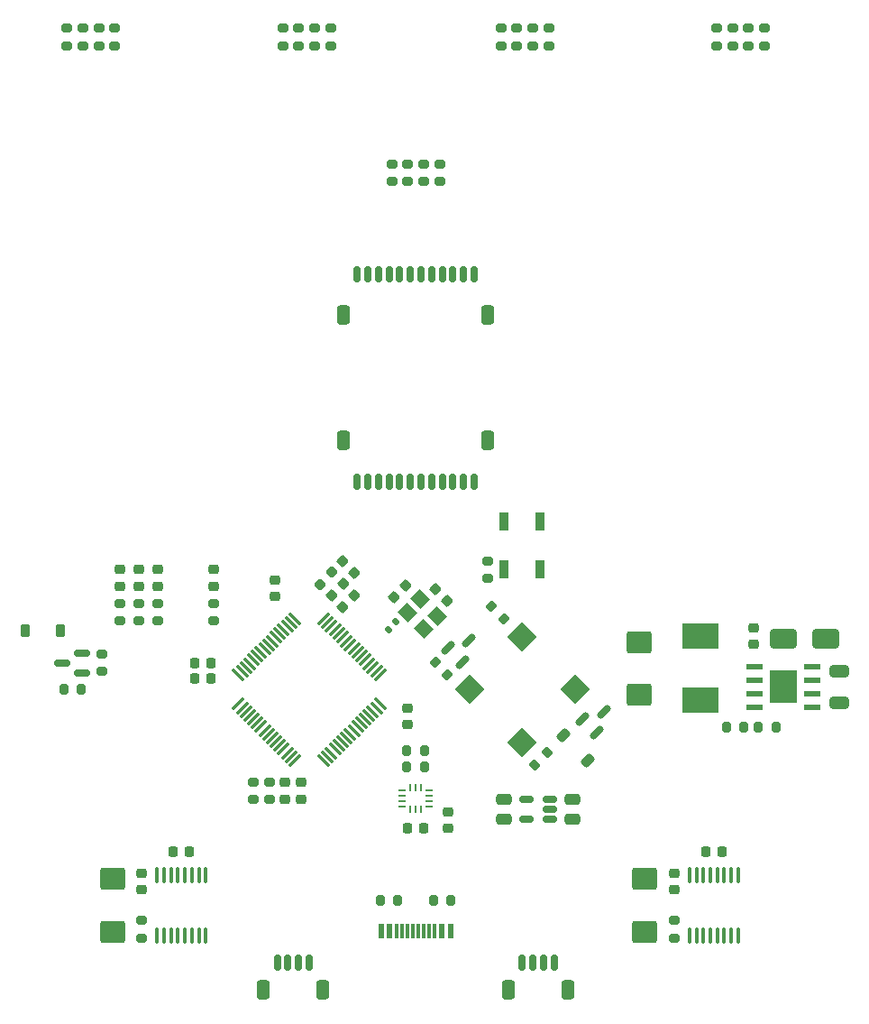
<source format=gbr>
%TF.GenerationSoftware,KiCad,Pcbnew,(7.0.0)*%
%TF.CreationDate,2023-09-26T23:36:23+07:00*%
%TF.ProjectId,Line Tracer F405RGT,4c696e65-2054-4726-9163-657220463430,rev?*%
%TF.SameCoordinates,Original*%
%TF.FileFunction,Paste,Top*%
%TF.FilePolarity,Positive*%
%FSLAX46Y46*%
G04 Gerber Fmt 4.6, Leading zero omitted, Abs format (unit mm)*
G04 Created by KiCad (PCBNEW (7.0.0)) date 2023-09-26 23:36:23*
%MOMM*%
%LPD*%
G01*
G04 APERTURE LIST*
G04 Aperture macros list*
%AMRoundRect*
0 Rectangle with rounded corners*
0 $1 Rounding radius*
0 $2 $3 $4 $5 $6 $7 $8 $9 X,Y pos of 4 corners*
0 Add a 4 corners polygon primitive as box body*
4,1,4,$2,$3,$4,$5,$6,$7,$8,$9,$2,$3,0*
0 Add four circle primitives for the rounded corners*
1,1,$1+$1,$2,$3*
1,1,$1+$1,$4,$5*
1,1,$1+$1,$6,$7*
1,1,$1+$1,$8,$9*
0 Add four rect primitives between the rounded corners*
20,1,$1+$1,$2,$3,$4,$5,0*
20,1,$1+$1,$4,$5,$6,$7,0*
20,1,$1+$1,$6,$7,$8,$9,0*
20,1,$1+$1,$8,$9,$2,$3,0*%
%AMRotRect*
0 Rectangle, with rotation*
0 The origin of the aperture is its center*
0 $1 length*
0 $2 width*
0 $3 Rotation angle, in degrees counterclockwise*
0 Add horizontal line*
21,1,$1,$2,0,0,$3*%
G04 Aperture macros list end*
%ADD10RoundRect,0.150000X0.587500X0.150000X-0.587500X0.150000X-0.587500X-0.150000X0.587500X-0.150000X0*%
%ADD11RoundRect,0.200000X-0.275000X0.200000X-0.275000X-0.200000X0.275000X-0.200000X0.275000X0.200000X0*%
%ADD12R,0.900000X1.700000*%
%ADD13RoundRect,0.200000X-0.053033X0.335876X-0.335876X0.053033X0.053033X-0.335876X0.335876X-0.053033X0*%
%ADD14RoundRect,0.150000X0.150000X0.625000X-0.150000X0.625000X-0.150000X-0.625000X0.150000X-0.625000X0*%
%ADD15RoundRect,0.250000X0.350000X0.650000X-0.350000X0.650000X-0.350000X-0.650000X0.350000X-0.650000X0*%
%ADD16RoundRect,0.225000X-0.250000X0.225000X-0.250000X-0.225000X0.250000X-0.225000X0.250000X0.225000X0*%
%ADD17RoundRect,0.150000X-0.309359X-0.521491X0.521491X0.309359X0.309359X0.521491X-0.521491X-0.309359X0*%
%ADD18RoundRect,0.225000X0.225000X0.250000X-0.225000X0.250000X-0.225000X-0.250000X0.225000X-0.250000X0*%
%ADD19RoundRect,0.225000X0.250000X-0.225000X0.250000X0.225000X-0.250000X0.225000X-0.250000X-0.225000X0*%
%ADD20RoundRect,0.200000X0.275000X-0.200000X0.275000X0.200000X-0.275000X0.200000X-0.275000X-0.200000X0*%
%ADD21R,3.500000X2.350000*%
%ADD22RoundRect,0.100000X0.100000X-0.637500X0.100000X0.637500X-0.100000X0.637500X-0.100000X-0.637500X0*%
%ADD23RoundRect,0.200000X0.200000X0.275000X-0.200000X0.275000X-0.200000X-0.275000X0.200000X-0.275000X0*%
%ADD24RoundRect,0.218750X0.026517X-0.335876X0.335876X-0.026517X-0.026517X0.335876X-0.335876X0.026517X0*%
%ADD25RoundRect,0.250000X0.475000X-0.250000X0.475000X0.250000X-0.475000X0.250000X-0.475000X-0.250000X0*%
%ADD26RoundRect,0.250000X-0.925000X0.787500X-0.925000X-0.787500X0.925000X-0.787500X0.925000X0.787500X0*%
%ADD27RoundRect,0.200000X0.335876X0.053033X0.053033X0.335876X-0.335876X-0.053033X-0.053033X-0.335876X0*%
%ADD28RoundRect,0.225000X-0.335876X-0.017678X-0.017678X-0.335876X0.335876X0.017678X0.017678X0.335876X0*%
%ADD29RoundRect,0.200000X-0.200000X-0.275000X0.200000X-0.275000X0.200000X0.275000X-0.200000X0.275000X0*%
%ADD30RoundRect,0.225000X0.017678X-0.335876X0.335876X-0.017678X-0.017678X0.335876X-0.335876X0.017678X0*%
%ADD31RoundRect,0.150000X-0.150000X-0.625000X0.150000X-0.625000X0.150000X0.625000X-0.150000X0.625000X0*%
%ADD32RoundRect,0.250000X-0.350000X-0.650000X0.350000X-0.650000X0.350000X0.650000X-0.350000X0.650000X0*%
%ADD33RoundRect,0.225000X-0.225000X-0.250000X0.225000X-0.250000X0.225000X0.250000X-0.225000X0.250000X0*%
%ADD34RoundRect,0.218750X0.256250X-0.218750X0.256250X0.218750X-0.256250X0.218750X-0.256250X-0.218750X0*%
%ADD35RoundRect,0.250000X0.925000X-0.787500X0.925000X0.787500X-0.925000X0.787500X-0.925000X-0.787500X0*%
%ADD36RoundRect,0.250000X-0.650000X0.325000X-0.650000X-0.325000X0.650000X-0.325000X0.650000X0.325000X0*%
%ADD37RoundRect,0.135000X0.035355X-0.226274X0.226274X-0.035355X-0.035355X0.226274X-0.226274X0.035355X0*%
%ADD38RotRect,2.000000X2.000000X225.000000*%
%ADD39R,0.675000X0.250000*%
%ADD40R,0.250000X0.675000*%
%ADD41RoundRect,0.250000X-0.475000X0.250000X-0.475000X-0.250000X0.475000X-0.250000X0.475000X0.250000X0*%
%ADD42RoundRect,0.225000X0.424264X0.106066X0.106066X0.424264X-0.424264X-0.106066X-0.106066X-0.424264X0*%
%ADD43RoundRect,0.075000X0.441942X0.548008X-0.548008X-0.441942X-0.441942X-0.548008X0.548008X0.441942X0*%
%ADD44RoundRect,0.075000X-0.441942X0.548008X-0.548008X0.441942X0.441942X-0.548008X0.548008X-0.441942X0*%
%ADD45R,0.600000X1.450000*%
%ADD46R,0.300000X1.450000*%
%ADD47RoundRect,0.225000X-0.225000X-0.375000X0.225000X-0.375000X0.225000X0.375000X-0.225000X0.375000X0*%
%ADD48R,1.550000X0.600000*%
%ADD49R,2.600000X3.100000*%
%ADD50RoundRect,0.225000X0.335876X0.017678X0.017678X0.335876X-0.335876X-0.017678X-0.017678X-0.335876X0*%
%ADD51RoundRect,0.150000X0.512500X0.150000X-0.512500X0.150000X-0.512500X-0.150000X0.512500X-0.150000X0*%
%ADD52RotRect,1.400000X1.200000X135.000000*%
%ADD53RoundRect,0.200000X-0.335876X-0.053033X-0.053033X-0.335876X0.335876X0.053033X0.053033X0.335876X0*%
%ADD54RoundRect,0.250000X1.000000X0.650000X-1.000000X0.650000X-1.000000X-0.650000X1.000000X-0.650000X0*%
G04 APERTURE END LIST*
D10*
%TO.C,Q2*%
X114737500Y-113800000D03*
X114737500Y-111900000D03*
X112862500Y-112850000D03*
%TD*%
D11*
%TO.C,R14*%
X158550000Y-53275000D03*
X158550000Y-54925000D03*
%TD*%
D12*
%TO.C,SW3*%
X154349999Y-99599999D03*
X157749999Y-99599999D03*
%TD*%
D13*
%TO.C,R3*%
X158383363Y-121266637D03*
X157216637Y-122433363D03*
%TD*%
D12*
%TO.C,SW2*%
X154349999Y-104099999D03*
X157749999Y-104099999D03*
%TD*%
D14*
%TO.C,J7*%
X136050000Y-141025000D03*
X135050000Y-141025000D03*
X134050000Y-141025000D03*
X133050000Y-141025000D03*
D15*
X137350000Y-143550000D03*
X131750000Y-143550000D03*
%TD*%
D16*
%TO.C,C10*%
X149050000Y-126825000D03*
X149050000Y-128375000D03*
%TD*%
D11*
%TO.C,R22*%
X113300000Y-53275000D03*
X113300000Y-54925000D03*
%TD*%
D17*
%TO.C,Q3*%
X149058482Y-111452074D03*
X150401985Y-112795577D03*
X151056059Y-110798000D03*
%TD*%
D11*
%TO.C,R13*%
X178800000Y-53275000D03*
X178800000Y-54925000D03*
%TD*%
D18*
%TO.C,C8*%
X126825000Y-112850000D03*
X125275000Y-112850000D03*
%TD*%
D19*
%TO.C,C23*%
X177800000Y-111125000D03*
X177800000Y-109575000D03*
%TD*%
%TO.C,C2*%
X132800000Y-106625000D03*
X132800000Y-105075000D03*
%TD*%
D20*
%TO.C,R7*%
X120050000Y-108925000D03*
X120050000Y-107275000D03*
%TD*%
D21*
%TO.C,L1*%
X172799999Y-110325000D03*
X172799999Y-116375000D03*
%TD*%
D16*
%TO.C,C18*%
X120300000Y-132575000D03*
X120300000Y-134125000D03*
%TD*%
D22*
%TO.C,U16*%
X121775000Y-138462500D03*
X122425000Y-138462500D03*
X123075000Y-138462500D03*
X123725000Y-138462500D03*
X124375000Y-138462500D03*
X125025000Y-138462500D03*
X125675000Y-138462500D03*
X126325000Y-138462500D03*
X126325000Y-132737500D03*
X125675000Y-132737500D03*
X125025000Y-132737500D03*
X124375000Y-132737500D03*
X123725000Y-132737500D03*
X123075000Y-132737500D03*
X122425000Y-132737500D03*
X121775000Y-132737500D03*
%TD*%
D20*
%TO.C,R32*%
X116550000Y-113675000D03*
X116550000Y-112025000D03*
%TD*%
D23*
%TO.C,R2*%
X149375000Y-135100000D03*
X147725000Y-135100000D03*
%TD*%
D11*
%TO.C,R16*%
X177300000Y-53275000D03*
X177300000Y-54925000D03*
%TD*%
D22*
%TO.C,U15*%
X171775000Y-138462500D03*
X172425000Y-138462500D03*
X173075000Y-138462500D03*
X173725000Y-138462500D03*
X174375000Y-138462500D03*
X175025000Y-138462500D03*
X175675000Y-138462500D03*
X176325000Y-138462500D03*
X176325000Y-132737500D03*
X175675000Y-132737500D03*
X175025000Y-132737500D03*
X174375000Y-132737500D03*
X173725000Y-132737500D03*
X173075000Y-132737500D03*
X172425000Y-132737500D03*
X171775000Y-132737500D03*
%TD*%
D24*
%TO.C,FB1*%
X137084143Y-105477022D03*
X138197837Y-104363328D03*
%TD*%
D14*
%TO.C,J10*%
X151550000Y-95850000D03*
X150550000Y-95850000D03*
X149550000Y-95850000D03*
X148550000Y-95850000D03*
X147550000Y-95850000D03*
X146550000Y-95850000D03*
X145550000Y-95850000D03*
X144550000Y-95850000D03*
X143550000Y-95850000D03*
X142550000Y-95850000D03*
X141550000Y-95850000D03*
X140550000Y-95850000D03*
D15*
X152850000Y-91975000D03*
X139250000Y-91975000D03*
%TD*%
D25*
%TO.C,C22*%
X154300000Y-127550000D03*
X154300000Y-125650000D03*
%TD*%
D11*
%TO.C,R20*%
X157050000Y-53275000D03*
X157050000Y-54925000D03*
%TD*%
D26*
%TO.C,C19*%
X117550000Y-133137500D03*
X117550000Y-138062500D03*
%TD*%
D11*
%TO.C,R19*%
X174300000Y-53275000D03*
X174300000Y-54925000D03*
%TD*%
%TO.C,R26*%
X148300000Y-66025000D03*
X148300000Y-67675000D03*
%TD*%
D27*
%TO.C,R36*%
X149031965Y-113988819D03*
X147865239Y-112822093D03*
%TD*%
D28*
%TO.C,C5*%
X139214302Y-103311508D03*
X140310318Y-104407524D03*
%TD*%
D16*
%TO.C,C4*%
X135300000Y-124075001D03*
X135300000Y-125625001D03*
%TD*%
D23*
%TO.C,R9*%
X146875000Y-121100000D03*
X145225000Y-121100000D03*
%TD*%
D29*
%TO.C,R1*%
X142725000Y-135100000D03*
X144375000Y-135100000D03*
%TD*%
D30*
%TO.C,C12*%
X143987273Y-106705620D03*
X145083289Y-105609604D03*
%TD*%
D31*
%TO.C,J6*%
X140550000Y-76350000D03*
X141550000Y-76350000D03*
X142550000Y-76350000D03*
X143550000Y-76350000D03*
X144550000Y-76350000D03*
X145550000Y-76350000D03*
X146550000Y-76350000D03*
X147550000Y-76350000D03*
X148550000Y-76350000D03*
X149550000Y-76350000D03*
X150550000Y-76350000D03*
X151550000Y-76350000D03*
D32*
X139250000Y-80225000D03*
X152850000Y-80225000D03*
%TD*%
D30*
%TO.C,C7*%
X138153642Y-106528843D03*
X139249658Y-105432827D03*
%TD*%
D33*
%TO.C,C16*%
X173275000Y-130600000D03*
X174825000Y-130600000D03*
%TD*%
D34*
%TO.C,D4*%
X121800000Y-105637500D03*
X121800000Y-104062500D03*
%TD*%
D11*
%TO.C,R40*%
X135050000Y-53275000D03*
X135050000Y-54925000D03*
%TD*%
%TO.C,R41*%
X114800000Y-53275000D03*
X114800000Y-54925000D03*
%TD*%
%TO.C,R31*%
X170300000Y-137025000D03*
X170300000Y-138675000D03*
%TD*%
D35*
%TO.C,C24*%
X167050000Y-115812500D03*
X167050000Y-110887500D03*
%TD*%
D36*
%TO.C,C25*%
X185800001Y-113625000D03*
X185800001Y-116575000D03*
%TD*%
D16*
%TO.C,C14*%
X170300000Y-132575000D03*
X170300000Y-134125000D03*
%TD*%
D11*
%TO.C,R34*%
X120300000Y-137025000D03*
X120300000Y-138675000D03*
%TD*%
D37*
%TO.C,R10*%
X143467551Y-109700216D03*
X144188799Y-108978968D03*
%TD*%
D11*
%TO.C,R21*%
X117800000Y-53275000D03*
X117800000Y-54925000D03*
%TD*%
D29*
%TO.C,R27*%
X178225000Y-118850000D03*
X179875000Y-118850000D03*
%TD*%
D17*
%TO.C,Q1*%
X161715336Y-118091161D03*
X163058839Y-119434664D03*
X163712913Y-117437087D03*
%TD*%
D11*
%TO.C,R38*%
X175800000Y-53275000D03*
X175800000Y-54925000D03*
%TD*%
D29*
%TO.C,R25*%
X175225000Y-118850000D03*
X176875000Y-118850000D03*
%TD*%
D38*
%TO.C,BZ1*%
X156049999Y-110400252D03*
X151100252Y-115349999D03*
X156049999Y-120299746D03*
X160999746Y-115349999D03*
%TD*%
D11*
%TO.C,R18*%
X133550000Y-53275000D03*
X133550000Y-54925000D03*
%TD*%
D20*
%TO.C,R8*%
X121800000Y-108925000D03*
X121800000Y-107275000D03*
%TD*%
D11*
%TO.C,R5*%
X132300000Y-124025000D03*
X132300000Y-125675000D03*
%TD*%
%TO.C,R30*%
X146800000Y-66025000D03*
X146800000Y-67675000D03*
%TD*%
D39*
%TO.C,U2*%
X144787499Y-124849999D03*
X144787499Y-125349999D03*
X144787499Y-125849999D03*
X144787499Y-126349999D03*
D40*
X145549999Y-126612499D03*
X146049999Y-126612499D03*
X146549999Y-126612499D03*
D39*
X147312499Y-126349999D03*
X147312499Y-125849999D03*
X147312499Y-125349999D03*
X147312499Y-124849999D03*
D40*
X146549999Y-124587499D03*
X146049999Y-124587499D03*
X145549999Y-124587499D03*
%TD*%
D11*
%TO.C,R39*%
X155550000Y-53275000D03*
X155550000Y-54925000D03*
%TD*%
D34*
%TO.C,D3*%
X120050000Y-105637500D03*
X120050000Y-104062500D03*
%TD*%
D23*
%TO.C,R33*%
X114625000Y-115350000D03*
X112975000Y-115350000D03*
%TD*%
D11*
%TO.C,R23*%
X136550000Y-53275000D03*
X136550000Y-54925000D03*
%TD*%
D41*
%TO.C,C21*%
X160800000Y-125650000D03*
X160800000Y-127550000D03*
%TD*%
D18*
%TO.C,C1*%
X126825001Y-114350000D03*
X125275001Y-114350000D03*
%TD*%
D42*
%TO.C,D1*%
X162216726Y-122016726D03*
X159883274Y-119683274D03*
%TD*%
D43*
%TO.C,U1*%
X142714481Y-113988819D03*
X142360928Y-113635266D03*
X142007375Y-113281713D03*
X141653821Y-112928159D03*
X141300268Y-112574606D03*
X140946714Y-112221052D03*
X140593161Y-111867499D03*
X140239608Y-111513946D03*
X139886054Y-111160392D03*
X139532501Y-110806839D03*
X139178948Y-110453286D03*
X138825394Y-110099732D03*
X138471841Y-109746179D03*
X138118287Y-109392625D03*
X137764734Y-109039072D03*
X137411181Y-108685519D03*
D44*
X134688819Y-108685519D03*
X134335266Y-109039072D03*
X133981713Y-109392625D03*
X133628159Y-109746179D03*
X133274606Y-110099732D03*
X132921052Y-110453286D03*
X132567499Y-110806839D03*
X132213946Y-111160392D03*
X131860392Y-111513946D03*
X131506839Y-111867499D03*
X131153286Y-112221052D03*
X130799732Y-112574606D03*
X130446179Y-112928159D03*
X130092625Y-113281713D03*
X129739072Y-113635266D03*
X129385519Y-113988819D03*
D43*
X129385519Y-116711181D03*
X129739072Y-117064734D03*
X130092625Y-117418287D03*
X130446179Y-117771841D03*
X130799732Y-118125394D03*
X131153286Y-118478948D03*
X131506839Y-118832501D03*
X131860392Y-119186054D03*
X132213946Y-119539608D03*
X132567499Y-119893161D03*
X132921052Y-120246714D03*
X133274606Y-120600268D03*
X133628159Y-120953821D03*
X133981713Y-121307375D03*
X134335266Y-121660928D03*
X134688819Y-122014481D03*
D44*
X137411181Y-122014481D03*
X137764734Y-121660928D03*
X138118287Y-121307375D03*
X138471841Y-120953821D03*
X138825394Y-120600268D03*
X139178948Y-120246714D03*
X139532501Y-119893161D03*
X139886054Y-119539608D03*
X140239608Y-119186054D03*
X140593161Y-118832501D03*
X140946714Y-118478948D03*
X141300268Y-118125394D03*
X141653821Y-117771841D03*
X142007375Y-117418287D03*
X142360928Y-117064734D03*
X142714481Y-116711181D03*
%TD*%
D11*
%TO.C,R15*%
X154050000Y-53275000D03*
X154050000Y-54925000D03*
%TD*%
D45*
%TO.C,J1*%
X142799999Y-138036249D03*
X143599999Y-138036249D03*
D46*
X144799999Y-138036249D03*
X145799999Y-138036249D03*
X146299999Y-138036249D03*
X147299999Y-138036249D03*
D45*
X148499999Y-138036249D03*
X149299999Y-138036249D03*
X149299999Y-138036249D03*
X148499999Y-138036249D03*
D46*
X147799999Y-138036249D03*
X146799999Y-138036249D03*
X145299999Y-138036249D03*
X144299999Y-138036249D03*
D45*
X143599999Y-138036249D03*
X142799999Y-138036249D03*
%TD*%
D16*
%TO.C,C3*%
X145300000Y-117075000D03*
X145300000Y-118625000D03*
%TD*%
D47*
%TO.C,D5*%
X109400000Y-109850000D03*
X112700000Y-109850000D03*
%TD*%
D11*
%TO.C,R17*%
X138050000Y-53275000D03*
X138050000Y-54925000D03*
%TD*%
D20*
%TO.C,R11*%
X152800000Y-104925000D03*
X152800000Y-103275000D03*
%TD*%
D30*
%TO.C,C6*%
X139214303Y-107589503D03*
X140310319Y-106493487D03*
%TD*%
D11*
%TO.C,R4*%
X130800000Y-124025000D03*
X130800000Y-125675000D03*
%TD*%
D20*
%TO.C,R6*%
X118300000Y-108925000D03*
X118300000Y-107275000D03*
%TD*%
D48*
%TO.C,U13*%
X177849999Y-113194999D03*
X177849999Y-114464999D03*
X177849999Y-115734999D03*
X177849999Y-117004999D03*
X183249999Y-117004999D03*
X183249999Y-115734999D03*
X183249999Y-114464999D03*
X183249999Y-113194999D03*
D49*
X180549999Y-115099999D03*
%TD*%
D50*
%TO.C,C11*%
X148972377Y-107059173D03*
X147876361Y-105963157D03*
%TD*%
D23*
%TO.C,R12*%
X146875000Y-122600000D03*
X145225000Y-122600000D03*
%TD*%
D11*
%TO.C,R28*%
X143800000Y-66025000D03*
X143800000Y-67675000D03*
%TD*%
D16*
%TO.C,C9*%
X133800000Y-124075000D03*
X133800000Y-125625000D03*
%TD*%
D34*
%TO.C,D7*%
X127050000Y-105637500D03*
X127050000Y-104062500D03*
%TD*%
D14*
%TO.C,J2*%
X159050000Y-141025000D03*
X158050000Y-141025000D03*
X157050000Y-141025000D03*
X156050000Y-141025000D03*
D15*
X160350000Y-143550000D03*
X154750000Y-143550000D03*
%TD*%
D11*
%TO.C,R37*%
X145300000Y-66025000D03*
X145300000Y-67675000D03*
%TD*%
D51*
%TO.C,U11*%
X158687500Y-127550000D03*
X158687500Y-126600000D03*
X158687500Y-125650000D03*
X156412500Y-125650000D03*
X156412500Y-127550000D03*
%TD*%
D20*
%TO.C,R29*%
X127050000Y-108925000D03*
X127050000Y-107275000D03*
%TD*%
D52*
%TO.C,Y1*%
X148035459Y-108455708D03*
X146479824Y-106900073D03*
X145277743Y-108102154D03*
X146833378Y-109657789D03*
%TD*%
D34*
%TO.C,D2*%
X118300000Y-105637500D03*
X118300000Y-104062500D03*
%TD*%
D26*
%TO.C,C15*%
X167550000Y-133137500D03*
X167550000Y-138062500D03*
%TD*%
D11*
%TO.C,R24*%
X116300000Y-53275000D03*
X116300000Y-54925000D03*
%TD*%
D33*
%TO.C,C20*%
X123275000Y-130600000D03*
X124825000Y-130600000D03*
%TD*%
D53*
%TO.C,R35*%
X153168540Y-107518792D03*
X154335266Y-108685518D03*
%TD*%
D54*
%TO.C,D6*%
X184550000Y-110600000D03*
X180550000Y-110600000D03*
%TD*%
D33*
%TO.C,C13*%
X145275000Y-128350000D03*
X146825000Y-128350000D03*
%TD*%
M02*

</source>
